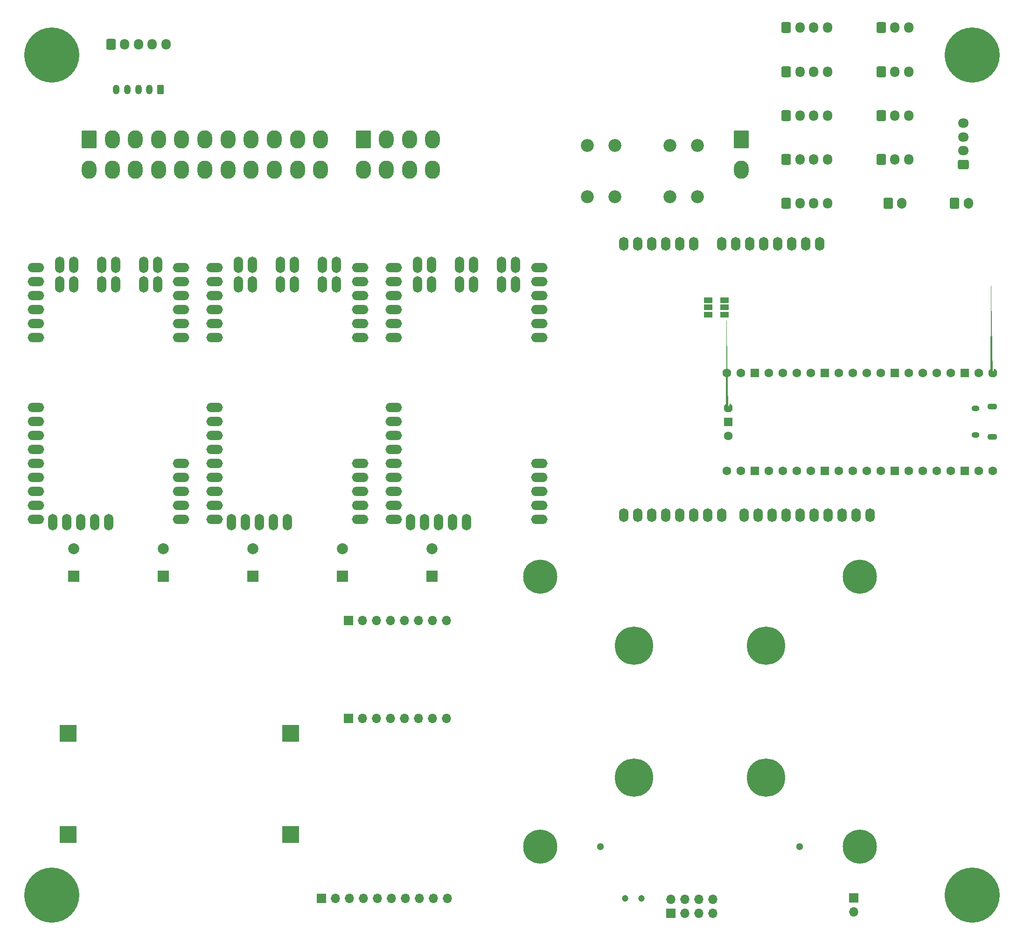
<source format=gbr>
%TF.GenerationSoftware,KiCad,Pcbnew,6.0.10+dfsg-1~bpo11+1*%
%TF.CreationDate,2023-02-07T09:35:57+00:00*%
%TF.ProjectId,OpenMowerMainboard,4f70656e-4d6f-4776-9572-4d61696e626f,rev?*%
%TF.SameCoordinates,Original*%
%TF.FileFunction,Soldermask,Bot*%
%TF.FilePolarity,Negative*%
%FSLAX46Y46*%
G04 Gerber Fmt 4.6, Leading zero omitted, Abs format (unit mm)*
G04 Created by KiCad (PCBNEW 6.0.10+dfsg-1~bpo11+1) date 2023-02-07 09:35:57*
%MOMM*%
%LPD*%
G01*
G04 APERTURE LIST*
G04 Aperture macros list*
%AMRoundRect*
0 Rectangle with rounded corners*
0 $1 Rounding radius*
0 $2 $3 $4 $5 $6 $7 $8 $9 X,Y pos of 4 corners*
0 Add a 4 corners polygon primitive as box body*
4,1,4,$2,$3,$4,$5,$6,$7,$8,$9,$2,$3,0*
0 Add four circle primitives for the rounded corners*
1,1,$1+$1,$2,$3*
1,1,$1+$1,$4,$5*
1,1,$1+$1,$6,$7*
1,1,$1+$1,$8,$9*
0 Add four rect primitives between the rounded corners*
20,1,$1+$1,$2,$3,$4,$5,0*
20,1,$1+$1,$4,$5,$6,$7,0*
20,1,$1+$1,$6,$7,$8,$9,0*
20,1,$1+$1,$8,$9,$2,$3,0*%
%AMFreePoly0*
4,1,57,0.281438,0.792513,0.314631,0.788760,0.324366,0.782642,0.335575,0.780064,0.361670,0.759195,0.389950,0.741421,0.741668,0.389704,0.759398,0.361385,0.780215,0.335261,0.782772,0.324050,0.788875,0.314303,0.792571,0.281098,0.800000,0.248529,0.800000,-0.248878,0.792513,-0.281438,0.788760,-0.314632,0.782641,-0.324367,0.780064,-0.335575,0.759196,-0.361669,0.741421,-0.389950,
0.389704,-0.741668,0.361385,-0.759398,0.335261,-0.780215,0.324050,-0.782772,0.314303,-0.788875,0.281098,-0.792571,0.248529,-0.800000,-0.248878,-0.800000,-0.281438,-0.792513,-0.314632,-0.788760,-0.324367,-0.782641,-0.335575,-0.780064,-0.361669,-0.759196,-0.389950,-0.741421,-0.741668,-0.389704,-0.759398,-0.361385,-0.780215,-0.335261,-0.782772,-0.324050,-0.788875,-0.314303,-0.792571,-0.281098,
-0.800000,-0.248529,-0.800000,0.248878,-0.792513,0.281438,-0.788760,0.314631,-0.782642,0.324366,-0.780064,0.335575,-0.759195,0.361670,-0.741421,0.389950,-0.389704,0.741668,-0.361385,0.759398,-0.335261,0.780215,-0.324050,0.782772,-0.314303,0.788875,-0.281098,0.792571,-0.248529,0.800000,0.248878,0.800000,0.281438,0.792513,0.281438,0.792513,$1*%
G04 Aperture macros list end*
%ADD10RoundRect,0.250001X-1.099999X-1.399999X1.099999X-1.399999X1.099999X1.399999X-1.099999X1.399999X0*%
%ADD11O,2.700000X3.300000*%
%ADD12RoundRect,0.250000X-0.600000X-0.725000X0.600000X-0.725000X0.600000X0.725000X-0.600000X0.725000X0*%
%ADD13O,1.700000X1.950000*%
%ADD14RoundRect,0.249999X0.350001X0.625001X-0.350001X0.625001X-0.350001X-0.625001X0.350001X-0.625001X0*%
%ADD15O,1.200000X1.750000*%
%ADD16C,0.900000*%
%ADD17C,10.000000*%
%ADD18O,3.000000X1.700000*%
%ADD19O,1.700000X3.000000*%
%ADD20R,2.000000X2.000000*%
%ADD21C,2.000000*%
%ADD22C,6.950000*%
%ADD23C,2.350000*%
%ADD24R,1.700000X1.700000*%
%ADD25O,1.700000X1.700000*%
%ADD26R,3.048000X3.048000*%
%ADD27C,6.200000*%
%ADD28C,1.300000*%
%ADD29RoundRect,0.250000X-0.600000X-0.750000X0.600000X-0.750000X0.600000X0.750000X-0.600000X0.750000X0*%
%ADD30O,1.700000X2.000000*%
%ADD31RoundRect,0.250000X0.725000X-0.600000X0.725000X0.600000X-0.725000X0.600000X-0.725000X-0.600000X0*%
%ADD32O,1.950000X1.700000*%
%ADD33C,1.200000*%
%ADD34O,1.800000X1.100000*%
%ADD35O,1.450000X1.050000*%
%ADD36FreePoly0,270.000000*%
%ADD37C,1.600000*%
%ADD38RoundRect,0.200000X-0.600000X0.600000X-0.600000X-0.600000X0.600000X-0.600000X0.600000X0.600000X0*%
%ADD39O,1.727200X2.500000*%
%ADD40R,1.500000X1.000000*%
G04 APERTURE END LIST*
D10*
%TO.C,J1*%
X33250000Y-45250000D03*
D11*
X37450000Y-45250000D03*
X41650000Y-45250000D03*
X45850000Y-45250000D03*
X50050000Y-45250000D03*
X54250000Y-45250000D03*
X58450000Y-45250000D03*
X62650000Y-45250000D03*
X66850000Y-45250000D03*
X71050000Y-45250000D03*
X75250000Y-45250000D03*
X33250000Y-50750000D03*
X37450000Y-50750000D03*
X41650000Y-50750000D03*
X45850000Y-50750000D03*
X50050000Y-50750000D03*
X54250000Y-50750000D03*
X58450000Y-50750000D03*
X62650000Y-50750000D03*
X66850000Y-50750000D03*
X71050000Y-50750000D03*
X75250000Y-50750000D03*
%TD*%
D10*
%TO.C,J2*%
X83000000Y-45250000D03*
D11*
X87200000Y-45250000D03*
X91400000Y-45250000D03*
X95600000Y-45250000D03*
X83000000Y-50750000D03*
X87200000Y-50750000D03*
X91400000Y-50750000D03*
X95600000Y-50750000D03*
%TD*%
D10*
%TO.C,J3*%
X151600000Y-45250000D03*
D11*
X151600000Y-50750000D03*
%TD*%
D12*
%TO.C,J13*%
X177000000Y-40935000D03*
D13*
X179500000Y-40935000D03*
X182000000Y-40935000D03*
%TD*%
D12*
%TO.C,J14*%
X177000000Y-48902500D03*
D13*
X179500000Y-48902500D03*
X182000000Y-48902500D03*
%TD*%
D12*
%TO.C,J5*%
X159750000Y-25000000D03*
D13*
X162250000Y-25000000D03*
X164750000Y-25000000D03*
X167250000Y-25000000D03*
%TD*%
D12*
%TO.C,J6*%
X159750000Y-32967500D03*
D13*
X162250000Y-32967500D03*
X164750000Y-32967500D03*
X167250000Y-32967500D03*
%TD*%
D12*
%TO.C,J7*%
X159750000Y-40935000D03*
D13*
X162250000Y-40935000D03*
X164750000Y-40935000D03*
X167250000Y-40935000D03*
%TD*%
D12*
%TO.C,J8*%
X159750000Y-48902500D03*
D13*
X162250000Y-48902500D03*
X164750000Y-48902500D03*
X167250000Y-48902500D03*
%TD*%
D12*
%TO.C,J9*%
X159750000Y-56870000D03*
D13*
X162250000Y-56870000D03*
X164750000Y-56870000D03*
X167250000Y-56870000D03*
%TD*%
D12*
%TO.C,J12*%
X177000000Y-32967500D03*
D13*
X179500000Y-32967500D03*
X182000000Y-32967500D03*
%TD*%
D14*
%TO.C,J10*%
X46196000Y-36195000D03*
D15*
X44196000Y-36195000D03*
X42196000Y-36195000D03*
X40196000Y-36195000D03*
X38196000Y-36195000D03*
%TD*%
D12*
%TO.C,J11*%
X177000000Y-25000000D03*
D13*
X179500000Y-25000000D03*
X182000000Y-25000000D03*
%TD*%
D16*
%TO.C,H1*%
X23848350Y-32651650D03*
X29151650Y-27348350D03*
X22750000Y-30000000D03*
X30250000Y-30000000D03*
X23848350Y-27348350D03*
X29151650Y-32651650D03*
X26500000Y-26250000D03*
X26500000Y-33750000D03*
D17*
X26500000Y-30000000D03*
%TD*%
D16*
%TO.C,H2*%
X30250000Y-182500000D03*
D17*
X26500000Y-182500000D03*
D16*
X23848350Y-179848350D03*
X22750000Y-182500000D03*
X29151650Y-179848350D03*
X26500000Y-186250000D03*
X29151650Y-185151650D03*
X26500000Y-178750000D03*
X23848350Y-185151650D03*
%TD*%
%TO.C,H3*%
X196151650Y-32651650D03*
X197250000Y-30000000D03*
X193500000Y-26250000D03*
D17*
X193500000Y-30000000D03*
D16*
X193500000Y-33750000D03*
X196151650Y-27348350D03*
X190848350Y-27348350D03*
X190848350Y-32651650D03*
X189750000Y-30000000D03*
%TD*%
%TO.C,H4*%
X193500000Y-186250000D03*
X196151650Y-179848350D03*
X197250000Y-182500000D03*
X190848350Y-185151650D03*
X190848350Y-179848350D03*
X196151650Y-185151650D03*
D17*
X193500000Y-182500000D03*
D16*
X189750000Y-182500000D03*
X193500000Y-178750000D03*
%TD*%
D18*
%TO.C,U5*%
X56060000Y-111775000D03*
X56060000Y-109235000D03*
X56060000Y-104155000D03*
X56060000Y-101615000D03*
X56060000Y-99075000D03*
X56060000Y-76215000D03*
X82460000Y-73675000D03*
X82460000Y-76215000D03*
X56060000Y-106695000D03*
X56060000Y-73675000D03*
X56060000Y-96535000D03*
D19*
X59100000Y-114815000D03*
X61640000Y-114815000D03*
X66720000Y-114815000D03*
X69260000Y-114815000D03*
D18*
X82460000Y-114315000D03*
X82460000Y-111775000D03*
X82460000Y-109235000D03*
X82460000Y-106695000D03*
X82460000Y-68595000D03*
D19*
X64180000Y-114815000D03*
D18*
X82460000Y-71135000D03*
X56060000Y-93995000D03*
X56060000Y-114315000D03*
X82460000Y-104155000D03*
X56060000Y-68595000D03*
X56060000Y-71135000D03*
D19*
X75610000Y-71635000D03*
X78150000Y-71635000D03*
X78150000Y-68095000D03*
X75610000Y-68095000D03*
X70530000Y-68095000D03*
X67990000Y-71635000D03*
X70530000Y-71635000D03*
X67990000Y-68095000D03*
D18*
X56060000Y-78755000D03*
X56060000Y-81295000D03*
X82460000Y-81295000D03*
X82460000Y-78755000D03*
D19*
X60370000Y-68095000D03*
X62910000Y-71635000D03*
X62910000Y-68095000D03*
X60370000Y-71635000D03*
%TD*%
D20*
%TO.C,C3*%
X79235005Y-124612400D03*
D21*
X79235005Y-119612400D03*
%TD*%
D22*
%TO.C,MH6*%
X132100000Y-161200000D03*
%TD*%
D23*
%TO.C,F4*%
X128675000Y-55700000D03*
X123675000Y-55700000D03*
X143675000Y-55700000D03*
X138675000Y-55700000D03*
%TD*%
D20*
%TO.C,C2*%
X30428020Y-124612400D03*
D21*
X30428020Y-119612400D03*
%TD*%
D18*
%TO.C,U4*%
X23560000Y-111775000D03*
X23560000Y-109235000D03*
X23560000Y-104155000D03*
X23560000Y-101615000D03*
X23560000Y-99075000D03*
X23560000Y-76215000D03*
X49960000Y-73675000D03*
X23560000Y-106695000D03*
X23560000Y-73675000D03*
X49960000Y-76215000D03*
X23560000Y-96535000D03*
D19*
X26600000Y-114815000D03*
X29140000Y-114815000D03*
X34220000Y-114815000D03*
X36760000Y-114815000D03*
D18*
X49960000Y-114315000D03*
X49960000Y-111775000D03*
X49960000Y-109235000D03*
X49960000Y-106695000D03*
D19*
X31680000Y-114815000D03*
D18*
X23560000Y-71135000D03*
X23560000Y-114315000D03*
X49960000Y-71135000D03*
X49960000Y-68595000D03*
X23560000Y-93995000D03*
X49960000Y-104155000D03*
X23560000Y-68595000D03*
D19*
X45650000Y-68095000D03*
X43110000Y-71635000D03*
X45650000Y-71635000D03*
X43110000Y-68095000D03*
X38030000Y-71635000D03*
X35490000Y-71635000D03*
X35490000Y-68095000D03*
X38030000Y-68095000D03*
D18*
X23560000Y-81295000D03*
X23560000Y-78755000D03*
X49960000Y-81295000D03*
X49960000Y-78755000D03*
D19*
X30410000Y-71635000D03*
X27870000Y-71635000D03*
X30410000Y-68095000D03*
X27870000Y-68095000D03*
%TD*%
D24*
%TO.C,J20*%
X75392200Y-183083200D03*
D25*
X77932200Y-183083200D03*
X80472200Y-183083200D03*
X83012200Y-183083200D03*
X85552200Y-183083200D03*
X88092200Y-183083200D03*
X90632200Y-183083200D03*
X93172200Y-183083200D03*
X95712200Y-183083200D03*
X98252200Y-183083200D03*
%TD*%
D22*
%TO.C,MH7*%
X132100000Y-137200000D03*
%TD*%
D18*
%TO.C,U6*%
X88560000Y-111775000D03*
X88560000Y-109235000D03*
X88560000Y-104155000D03*
X88560000Y-101615000D03*
X88560000Y-99075000D03*
X114960000Y-76215000D03*
X114960000Y-73675000D03*
X88560000Y-73675000D03*
X88560000Y-76215000D03*
X88560000Y-106695000D03*
X88560000Y-96535000D03*
D19*
X91600000Y-114815000D03*
X94140000Y-114815000D03*
X99220000Y-114815000D03*
X101760000Y-114815000D03*
D18*
X114960000Y-114315000D03*
X114960000Y-111775000D03*
X114960000Y-109235000D03*
X114960000Y-106695000D03*
X114960000Y-104155000D03*
X88560000Y-93995000D03*
X114960000Y-68595000D03*
D19*
X96680000Y-114815000D03*
D18*
X88560000Y-114315000D03*
X88560000Y-68595000D03*
X88560000Y-71135000D03*
X114960000Y-71135000D03*
D19*
X110650000Y-71635000D03*
X108110000Y-71635000D03*
X110650000Y-68095000D03*
X108110000Y-68095000D03*
X100490000Y-68095000D03*
X100490000Y-71635000D03*
X103030000Y-68095000D03*
X103030000Y-71635000D03*
D18*
X88560000Y-81295000D03*
X114960000Y-78755000D03*
X114960000Y-81295000D03*
X88560000Y-78755000D03*
D19*
X95410000Y-68095000D03*
X92870000Y-68095000D03*
X95410000Y-71635000D03*
X92870000Y-71635000D03*
%TD*%
D22*
%TO.C,MH5*%
X156100000Y-161200000D03*
%TD*%
D23*
%TO.C,F2*%
X123675000Y-46350000D03*
X128675000Y-46350000D03*
X138675000Y-46350000D03*
X143675000Y-46350000D03*
%TD*%
D20*
%TO.C,C6*%
X46697015Y-124612400D03*
D21*
X46697015Y-119612400D03*
%TD*%
D12*
%TO.C,J4*%
X37200000Y-28000000D03*
D13*
X39700000Y-28000000D03*
X42200000Y-28000000D03*
X44700000Y-28000000D03*
X47200000Y-28000000D03*
%TD*%
D26*
%TO.C,U1*%
X29450000Y-171524000D03*
X29450000Y-153124000D03*
X69850000Y-153124000D03*
X69850000Y-171524000D03*
%TD*%
D27*
%TO.C,MH3*%
X115100000Y-124700000D03*
%TD*%
D28*
%TO.C,J21*%
X162200000Y-173700000D03*
X126000000Y-173700000D03*
%TD*%
D20*
%TO.C,C7*%
X62966010Y-124612400D03*
D21*
X62966010Y-119612400D03*
%TD*%
D20*
%TO.C,C8*%
X95504000Y-124612400D03*
D21*
X95504000Y-119612400D03*
%TD*%
D29*
%TO.C,J18*%
X190320000Y-56870000D03*
D30*
X192820000Y-56870000D03*
%TD*%
D27*
%TO.C,MH4*%
X173100000Y-124700000D03*
%TD*%
D29*
%TO.C,J17*%
X178250000Y-56870000D03*
D30*
X180750000Y-56870000D03*
%TD*%
D31*
%TO.C,J19*%
X191870000Y-49852500D03*
D32*
X191870000Y-47352500D03*
X191870000Y-44852500D03*
X191870000Y-42352500D03*
%TD*%
D33*
%TO.C,SW1*%
X130500000Y-183097500D03*
X133500000Y-183097500D03*
%TD*%
D27*
%TO.C,MH2*%
X115100000Y-173700000D03*
%TD*%
D22*
%TO.C,MH8*%
X156100000Y-137200000D03*
%TD*%
D34*
%TO.C,U11*%
X197136544Y-99287104D03*
D35*
X194106544Y-94137104D03*
X194106544Y-98987104D03*
D34*
X197136544Y-93837104D03*
D36*
X197266544Y-87672104D03*
D37*
X194726544Y-87672104D03*
D38*
X192186544Y-87672104D03*
D37*
X189646544Y-87672104D03*
X187106544Y-87672104D03*
X184566544Y-87672104D03*
X182026544Y-87672104D03*
D38*
X179486544Y-87672104D03*
D37*
X176946544Y-87672104D03*
X174406544Y-87672104D03*
X171866544Y-87672104D03*
X169326544Y-87672104D03*
D38*
X166786544Y-87672104D03*
D37*
X164246544Y-87672104D03*
X161706544Y-87672104D03*
X159166544Y-87672104D03*
X156626544Y-87672104D03*
D38*
X154086544Y-87672104D03*
D37*
X151546544Y-87672104D03*
X149006544Y-87672104D03*
X149006544Y-105452104D03*
X151546544Y-105452104D03*
D38*
X154086544Y-105452104D03*
D37*
X156626544Y-105452104D03*
X159166544Y-105452104D03*
X161706544Y-105452104D03*
X164246544Y-105452104D03*
D38*
X166786544Y-105452104D03*
D37*
X169326544Y-105452104D03*
X171866544Y-105452104D03*
X174406544Y-105452104D03*
X176946544Y-105452104D03*
D38*
X179486544Y-105452104D03*
D37*
X182026544Y-105452104D03*
X184566544Y-105452104D03*
X187106544Y-105452104D03*
X189646544Y-105452104D03*
D38*
X192186544Y-105452104D03*
D37*
X194726544Y-105452104D03*
X197266544Y-105452104D03*
D36*
X149236544Y-94022104D03*
D38*
X149236544Y-96562104D03*
D37*
X149236544Y-99102104D03*
%TD*%
D24*
%TO.C,J23*%
X80314800Y-132689600D03*
D25*
X82854800Y-132689600D03*
X85394800Y-132689600D03*
X87934800Y-132689600D03*
X90474800Y-132689600D03*
X93014800Y-132689600D03*
X95554800Y-132689600D03*
X98094800Y-132689600D03*
%TD*%
D24*
%TO.C,J16*%
X80314800Y-150469600D03*
D25*
X82854800Y-150469600D03*
X85394800Y-150469600D03*
X87934800Y-150469600D03*
X90474800Y-150469600D03*
X93014800Y-150469600D03*
X95554800Y-150469600D03*
X98094800Y-150469600D03*
%TD*%
D24*
%TO.C,J22*%
X138800000Y-185800000D03*
D25*
X138800000Y-183260000D03*
X141340000Y-185800000D03*
X141340000Y-183260000D03*
X143880000Y-185800000D03*
X143880000Y-183260000D03*
X146420000Y-185800000D03*
X146420000Y-183260000D03*
%TD*%
D27*
%TO.C,MH1*%
X173100000Y-173700000D03*
%TD*%
D39*
%TO.C,XA1*%
X165860000Y-64240000D03*
X158240000Y-64240000D03*
X155700000Y-64240000D03*
X143000000Y-64240000D03*
X140460000Y-64240000D03*
X137920000Y-64240000D03*
X135380000Y-64240000D03*
X132840000Y-64240000D03*
X130300000Y-64240000D03*
X169924000Y-113500000D03*
X130300000Y-113500000D03*
X132840000Y-113500000D03*
X135380000Y-113500000D03*
X137920000Y-113500000D03*
X140460000Y-113500000D03*
X143000000Y-113500000D03*
X145540000Y-113500000D03*
X148080000Y-113500000D03*
X152144000Y-113500000D03*
X154684000Y-113500000D03*
X157224000Y-113500000D03*
X159764000Y-113500000D03*
X162304000Y-113500000D03*
X164844000Y-113500000D03*
X167384000Y-113500000D03*
X153160000Y-64240000D03*
X150620000Y-64240000D03*
X163320000Y-64240000D03*
X160780000Y-64240000D03*
X175004000Y-113500000D03*
X172464000Y-113500000D03*
X148080000Y-64240000D03*
%TD*%
D40*
%TO.C,JP3*%
X145600000Y-77100000D03*
X145600000Y-75800000D03*
X145600000Y-74500000D03*
%TD*%
D24*
%TO.C,M1*%
X172000000Y-183000000D03*
D25*
X172000000Y-185540000D03*
%TD*%
D40*
%TO.C,JP2*%
X148600000Y-74500000D03*
X148600000Y-75800000D03*
X148600000Y-77100000D03*
%TD*%
M02*

</source>
